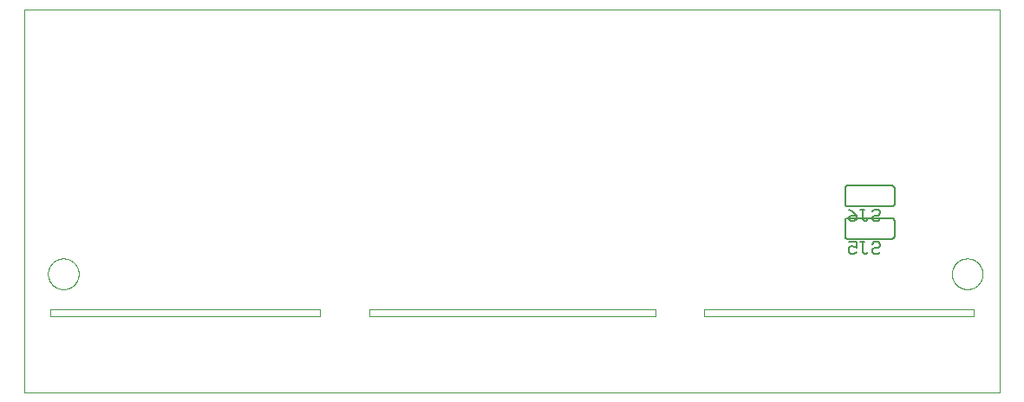
<source format=gbo>
G75*
%MOIN*%
%OFA0B0*%
%FSLAX25Y25*%
%IPPOS*%
%LPD*%
%AMOC8*
5,1,8,0,0,1.08239X$1,22.5*
%
%ADD10C,0.00000*%
%ADD11C,0.00600*%
%ADD12C,0.00500*%
D10*
X0002038Y0001200D02*
X0002038Y0148650D01*
X0376959Y0148650D01*
X0376959Y0001200D01*
X0002038Y0001200D01*
X0012018Y0030550D02*
X0012018Y0033050D01*
X0115768Y0033050D01*
X0115768Y0030550D01*
X0012018Y0030550D01*
X0011112Y0046800D02*
X0011114Y0046953D01*
X0011120Y0047107D01*
X0011130Y0047260D01*
X0011144Y0047412D01*
X0011162Y0047565D01*
X0011184Y0047716D01*
X0011209Y0047867D01*
X0011239Y0048018D01*
X0011273Y0048168D01*
X0011310Y0048316D01*
X0011351Y0048464D01*
X0011396Y0048610D01*
X0011445Y0048756D01*
X0011498Y0048900D01*
X0011554Y0049042D01*
X0011614Y0049183D01*
X0011678Y0049323D01*
X0011745Y0049461D01*
X0011816Y0049597D01*
X0011891Y0049731D01*
X0011968Y0049863D01*
X0012050Y0049993D01*
X0012134Y0050121D01*
X0012222Y0050247D01*
X0012313Y0050370D01*
X0012407Y0050491D01*
X0012505Y0050609D01*
X0012605Y0050725D01*
X0012709Y0050838D01*
X0012815Y0050949D01*
X0012924Y0051057D01*
X0013036Y0051162D01*
X0013150Y0051263D01*
X0013268Y0051362D01*
X0013387Y0051458D01*
X0013509Y0051551D01*
X0013634Y0051640D01*
X0013761Y0051727D01*
X0013890Y0051809D01*
X0014021Y0051889D01*
X0014154Y0051965D01*
X0014289Y0052038D01*
X0014426Y0052107D01*
X0014565Y0052172D01*
X0014705Y0052234D01*
X0014847Y0052292D01*
X0014990Y0052347D01*
X0015135Y0052398D01*
X0015281Y0052445D01*
X0015428Y0052488D01*
X0015576Y0052527D01*
X0015725Y0052563D01*
X0015875Y0052594D01*
X0016026Y0052622D01*
X0016177Y0052646D01*
X0016330Y0052666D01*
X0016482Y0052682D01*
X0016635Y0052694D01*
X0016788Y0052702D01*
X0016941Y0052706D01*
X0017095Y0052706D01*
X0017248Y0052702D01*
X0017401Y0052694D01*
X0017554Y0052682D01*
X0017706Y0052666D01*
X0017859Y0052646D01*
X0018010Y0052622D01*
X0018161Y0052594D01*
X0018311Y0052563D01*
X0018460Y0052527D01*
X0018608Y0052488D01*
X0018755Y0052445D01*
X0018901Y0052398D01*
X0019046Y0052347D01*
X0019189Y0052292D01*
X0019331Y0052234D01*
X0019471Y0052172D01*
X0019610Y0052107D01*
X0019747Y0052038D01*
X0019882Y0051965D01*
X0020015Y0051889D01*
X0020146Y0051809D01*
X0020275Y0051727D01*
X0020402Y0051640D01*
X0020527Y0051551D01*
X0020649Y0051458D01*
X0020768Y0051362D01*
X0020886Y0051263D01*
X0021000Y0051162D01*
X0021112Y0051057D01*
X0021221Y0050949D01*
X0021327Y0050838D01*
X0021431Y0050725D01*
X0021531Y0050609D01*
X0021629Y0050491D01*
X0021723Y0050370D01*
X0021814Y0050247D01*
X0021902Y0050121D01*
X0021986Y0049993D01*
X0022068Y0049863D01*
X0022145Y0049731D01*
X0022220Y0049597D01*
X0022291Y0049461D01*
X0022358Y0049323D01*
X0022422Y0049183D01*
X0022482Y0049042D01*
X0022538Y0048900D01*
X0022591Y0048756D01*
X0022640Y0048610D01*
X0022685Y0048464D01*
X0022726Y0048316D01*
X0022763Y0048168D01*
X0022797Y0048018D01*
X0022827Y0047867D01*
X0022852Y0047716D01*
X0022874Y0047565D01*
X0022892Y0047412D01*
X0022906Y0047260D01*
X0022916Y0047107D01*
X0022922Y0046953D01*
X0022924Y0046800D01*
X0022922Y0046647D01*
X0022916Y0046493D01*
X0022906Y0046340D01*
X0022892Y0046188D01*
X0022874Y0046035D01*
X0022852Y0045884D01*
X0022827Y0045733D01*
X0022797Y0045582D01*
X0022763Y0045432D01*
X0022726Y0045284D01*
X0022685Y0045136D01*
X0022640Y0044990D01*
X0022591Y0044844D01*
X0022538Y0044700D01*
X0022482Y0044558D01*
X0022422Y0044417D01*
X0022358Y0044277D01*
X0022291Y0044139D01*
X0022220Y0044003D01*
X0022145Y0043869D01*
X0022068Y0043737D01*
X0021986Y0043607D01*
X0021902Y0043479D01*
X0021814Y0043353D01*
X0021723Y0043230D01*
X0021629Y0043109D01*
X0021531Y0042991D01*
X0021431Y0042875D01*
X0021327Y0042762D01*
X0021221Y0042651D01*
X0021112Y0042543D01*
X0021000Y0042438D01*
X0020886Y0042337D01*
X0020768Y0042238D01*
X0020649Y0042142D01*
X0020527Y0042049D01*
X0020402Y0041960D01*
X0020275Y0041873D01*
X0020146Y0041791D01*
X0020015Y0041711D01*
X0019882Y0041635D01*
X0019747Y0041562D01*
X0019610Y0041493D01*
X0019471Y0041428D01*
X0019331Y0041366D01*
X0019189Y0041308D01*
X0019046Y0041253D01*
X0018901Y0041202D01*
X0018755Y0041155D01*
X0018608Y0041112D01*
X0018460Y0041073D01*
X0018311Y0041037D01*
X0018161Y0041006D01*
X0018010Y0040978D01*
X0017859Y0040954D01*
X0017706Y0040934D01*
X0017554Y0040918D01*
X0017401Y0040906D01*
X0017248Y0040898D01*
X0017095Y0040894D01*
X0016941Y0040894D01*
X0016788Y0040898D01*
X0016635Y0040906D01*
X0016482Y0040918D01*
X0016330Y0040934D01*
X0016177Y0040954D01*
X0016026Y0040978D01*
X0015875Y0041006D01*
X0015725Y0041037D01*
X0015576Y0041073D01*
X0015428Y0041112D01*
X0015281Y0041155D01*
X0015135Y0041202D01*
X0014990Y0041253D01*
X0014847Y0041308D01*
X0014705Y0041366D01*
X0014565Y0041428D01*
X0014426Y0041493D01*
X0014289Y0041562D01*
X0014154Y0041635D01*
X0014021Y0041711D01*
X0013890Y0041791D01*
X0013761Y0041873D01*
X0013634Y0041960D01*
X0013509Y0042049D01*
X0013387Y0042142D01*
X0013268Y0042238D01*
X0013150Y0042337D01*
X0013036Y0042438D01*
X0012924Y0042543D01*
X0012815Y0042651D01*
X0012709Y0042762D01*
X0012605Y0042875D01*
X0012505Y0042991D01*
X0012407Y0043109D01*
X0012313Y0043230D01*
X0012222Y0043353D01*
X0012134Y0043479D01*
X0012050Y0043607D01*
X0011968Y0043737D01*
X0011891Y0043869D01*
X0011816Y0044003D01*
X0011745Y0044139D01*
X0011678Y0044277D01*
X0011614Y0044417D01*
X0011554Y0044558D01*
X0011498Y0044700D01*
X0011445Y0044844D01*
X0011396Y0044990D01*
X0011351Y0045136D01*
X0011310Y0045284D01*
X0011273Y0045432D01*
X0011239Y0045582D01*
X0011209Y0045733D01*
X0011184Y0045884D01*
X0011162Y0046035D01*
X0011144Y0046188D01*
X0011130Y0046340D01*
X0011120Y0046493D01*
X0011114Y0046647D01*
X0011112Y0046800D01*
X0134518Y0033050D02*
X0134518Y0030550D01*
X0244518Y0030550D01*
X0244518Y0033050D01*
X0134518Y0033050D01*
X0263268Y0033050D02*
X0263268Y0030550D01*
X0367018Y0030550D01*
X0367018Y0033050D01*
X0263268Y0033050D01*
X0358612Y0046800D02*
X0358614Y0046953D01*
X0358620Y0047107D01*
X0358630Y0047260D01*
X0358644Y0047412D01*
X0358662Y0047565D01*
X0358684Y0047716D01*
X0358709Y0047867D01*
X0358739Y0048018D01*
X0358773Y0048168D01*
X0358810Y0048316D01*
X0358851Y0048464D01*
X0358896Y0048610D01*
X0358945Y0048756D01*
X0358998Y0048900D01*
X0359054Y0049042D01*
X0359114Y0049183D01*
X0359178Y0049323D01*
X0359245Y0049461D01*
X0359316Y0049597D01*
X0359391Y0049731D01*
X0359468Y0049863D01*
X0359550Y0049993D01*
X0359634Y0050121D01*
X0359722Y0050247D01*
X0359813Y0050370D01*
X0359907Y0050491D01*
X0360005Y0050609D01*
X0360105Y0050725D01*
X0360209Y0050838D01*
X0360315Y0050949D01*
X0360424Y0051057D01*
X0360536Y0051162D01*
X0360650Y0051263D01*
X0360768Y0051362D01*
X0360887Y0051458D01*
X0361009Y0051551D01*
X0361134Y0051640D01*
X0361261Y0051727D01*
X0361390Y0051809D01*
X0361521Y0051889D01*
X0361654Y0051965D01*
X0361789Y0052038D01*
X0361926Y0052107D01*
X0362065Y0052172D01*
X0362205Y0052234D01*
X0362347Y0052292D01*
X0362490Y0052347D01*
X0362635Y0052398D01*
X0362781Y0052445D01*
X0362928Y0052488D01*
X0363076Y0052527D01*
X0363225Y0052563D01*
X0363375Y0052594D01*
X0363526Y0052622D01*
X0363677Y0052646D01*
X0363830Y0052666D01*
X0363982Y0052682D01*
X0364135Y0052694D01*
X0364288Y0052702D01*
X0364441Y0052706D01*
X0364595Y0052706D01*
X0364748Y0052702D01*
X0364901Y0052694D01*
X0365054Y0052682D01*
X0365206Y0052666D01*
X0365359Y0052646D01*
X0365510Y0052622D01*
X0365661Y0052594D01*
X0365811Y0052563D01*
X0365960Y0052527D01*
X0366108Y0052488D01*
X0366255Y0052445D01*
X0366401Y0052398D01*
X0366546Y0052347D01*
X0366689Y0052292D01*
X0366831Y0052234D01*
X0366971Y0052172D01*
X0367110Y0052107D01*
X0367247Y0052038D01*
X0367382Y0051965D01*
X0367515Y0051889D01*
X0367646Y0051809D01*
X0367775Y0051727D01*
X0367902Y0051640D01*
X0368027Y0051551D01*
X0368149Y0051458D01*
X0368268Y0051362D01*
X0368386Y0051263D01*
X0368500Y0051162D01*
X0368612Y0051057D01*
X0368721Y0050949D01*
X0368827Y0050838D01*
X0368931Y0050725D01*
X0369031Y0050609D01*
X0369129Y0050491D01*
X0369223Y0050370D01*
X0369314Y0050247D01*
X0369402Y0050121D01*
X0369486Y0049993D01*
X0369568Y0049863D01*
X0369645Y0049731D01*
X0369720Y0049597D01*
X0369791Y0049461D01*
X0369858Y0049323D01*
X0369922Y0049183D01*
X0369982Y0049042D01*
X0370038Y0048900D01*
X0370091Y0048756D01*
X0370140Y0048610D01*
X0370185Y0048464D01*
X0370226Y0048316D01*
X0370263Y0048168D01*
X0370297Y0048018D01*
X0370327Y0047867D01*
X0370352Y0047716D01*
X0370374Y0047565D01*
X0370392Y0047412D01*
X0370406Y0047260D01*
X0370416Y0047107D01*
X0370422Y0046953D01*
X0370424Y0046800D01*
X0370422Y0046647D01*
X0370416Y0046493D01*
X0370406Y0046340D01*
X0370392Y0046188D01*
X0370374Y0046035D01*
X0370352Y0045884D01*
X0370327Y0045733D01*
X0370297Y0045582D01*
X0370263Y0045432D01*
X0370226Y0045284D01*
X0370185Y0045136D01*
X0370140Y0044990D01*
X0370091Y0044844D01*
X0370038Y0044700D01*
X0369982Y0044558D01*
X0369922Y0044417D01*
X0369858Y0044277D01*
X0369791Y0044139D01*
X0369720Y0044003D01*
X0369645Y0043869D01*
X0369568Y0043737D01*
X0369486Y0043607D01*
X0369402Y0043479D01*
X0369314Y0043353D01*
X0369223Y0043230D01*
X0369129Y0043109D01*
X0369031Y0042991D01*
X0368931Y0042875D01*
X0368827Y0042762D01*
X0368721Y0042651D01*
X0368612Y0042543D01*
X0368500Y0042438D01*
X0368386Y0042337D01*
X0368268Y0042238D01*
X0368149Y0042142D01*
X0368027Y0042049D01*
X0367902Y0041960D01*
X0367775Y0041873D01*
X0367646Y0041791D01*
X0367515Y0041711D01*
X0367382Y0041635D01*
X0367247Y0041562D01*
X0367110Y0041493D01*
X0366971Y0041428D01*
X0366831Y0041366D01*
X0366689Y0041308D01*
X0366546Y0041253D01*
X0366401Y0041202D01*
X0366255Y0041155D01*
X0366108Y0041112D01*
X0365960Y0041073D01*
X0365811Y0041037D01*
X0365661Y0041006D01*
X0365510Y0040978D01*
X0365359Y0040954D01*
X0365206Y0040934D01*
X0365054Y0040918D01*
X0364901Y0040906D01*
X0364748Y0040898D01*
X0364595Y0040894D01*
X0364441Y0040894D01*
X0364288Y0040898D01*
X0364135Y0040906D01*
X0363982Y0040918D01*
X0363830Y0040934D01*
X0363677Y0040954D01*
X0363526Y0040978D01*
X0363375Y0041006D01*
X0363225Y0041037D01*
X0363076Y0041073D01*
X0362928Y0041112D01*
X0362781Y0041155D01*
X0362635Y0041202D01*
X0362490Y0041253D01*
X0362347Y0041308D01*
X0362205Y0041366D01*
X0362065Y0041428D01*
X0361926Y0041493D01*
X0361789Y0041562D01*
X0361654Y0041635D01*
X0361521Y0041711D01*
X0361390Y0041791D01*
X0361261Y0041873D01*
X0361134Y0041960D01*
X0361009Y0042049D01*
X0360887Y0042142D01*
X0360768Y0042238D01*
X0360650Y0042337D01*
X0360536Y0042438D01*
X0360424Y0042543D01*
X0360315Y0042651D01*
X0360209Y0042762D01*
X0360105Y0042875D01*
X0360005Y0042991D01*
X0359907Y0043109D01*
X0359813Y0043230D01*
X0359722Y0043353D01*
X0359634Y0043479D01*
X0359550Y0043607D01*
X0359468Y0043737D01*
X0359391Y0043869D01*
X0359316Y0044003D01*
X0359245Y0044139D01*
X0359178Y0044277D01*
X0359114Y0044417D01*
X0359054Y0044558D01*
X0358998Y0044700D01*
X0358945Y0044844D01*
X0358896Y0044990D01*
X0358851Y0045136D01*
X0358810Y0045284D01*
X0358773Y0045432D01*
X0358739Y0045582D01*
X0358709Y0045733D01*
X0358684Y0045884D01*
X0358662Y0046035D01*
X0358644Y0046188D01*
X0358630Y0046340D01*
X0358620Y0046493D01*
X0358614Y0046647D01*
X0358612Y0046800D01*
D11*
X0335518Y0060300D02*
X0318518Y0060300D01*
X0318458Y0060302D01*
X0318397Y0060307D01*
X0318338Y0060316D01*
X0318279Y0060329D01*
X0318220Y0060345D01*
X0318163Y0060365D01*
X0318108Y0060388D01*
X0318053Y0060415D01*
X0318001Y0060444D01*
X0317950Y0060477D01*
X0317901Y0060513D01*
X0317855Y0060551D01*
X0317811Y0060593D01*
X0317769Y0060637D01*
X0317731Y0060683D01*
X0317695Y0060732D01*
X0317662Y0060783D01*
X0317633Y0060835D01*
X0317606Y0060890D01*
X0317583Y0060945D01*
X0317563Y0061002D01*
X0317547Y0061061D01*
X0317534Y0061120D01*
X0317525Y0061179D01*
X0317520Y0061240D01*
X0317518Y0061300D01*
X0317518Y0067300D01*
X0317520Y0067360D01*
X0317525Y0067421D01*
X0317534Y0067480D01*
X0317547Y0067539D01*
X0317563Y0067598D01*
X0317583Y0067655D01*
X0317606Y0067710D01*
X0317633Y0067765D01*
X0317662Y0067817D01*
X0317695Y0067868D01*
X0317731Y0067917D01*
X0317769Y0067963D01*
X0317811Y0068007D01*
X0317855Y0068049D01*
X0317901Y0068087D01*
X0317950Y0068123D01*
X0318001Y0068156D01*
X0318053Y0068185D01*
X0318108Y0068212D01*
X0318163Y0068235D01*
X0318220Y0068255D01*
X0318279Y0068271D01*
X0318338Y0068284D01*
X0318397Y0068293D01*
X0318458Y0068298D01*
X0318518Y0068300D01*
X0335518Y0068300D01*
X0335578Y0068298D01*
X0335639Y0068293D01*
X0335698Y0068284D01*
X0335757Y0068271D01*
X0335816Y0068255D01*
X0335873Y0068235D01*
X0335928Y0068212D01*
X0335983Y0068185D01*
X0336035Y0068156D01*
X0336086Y0068123D01*
X0336135Y0068087D01*
X0336181Y0068049D01*
X0336225Y0068007D01*
X0336267Y0067963D01*
X0336305Y0067917D01*
X0336341Y0067868D01*
X0336374Y0067817D01*
X0336403Y0067765D01*
X0336430Y0067710D01*
X0336453Y0067655D01*
X0336473Y0067598D01*
X0336489Y0067539D01*
X0336502Y0067480D01*
X0336511Y0067421D01*
X0336516Y0067360D01*
X0336518Y0067300D01*
X0336518Y0061300D01*
X0336516Y0061240D01*
X0336511Y0061179D01*
X0336502Y0061120D01*
X0336489Y0061061D01*
X0336473Y0061002D01*
X0336453Y0060945D01*
X0336430Y0060890D01*
X0336403Y0060835D01*
X0336374Y0060783D01*
X0336341Y0060732D01*
X0336305Y0060683D01*
X0336267Y0060637D01*
X0336225Y0060593D01*
X0336181Y0060551D01*
X0336135Y0060513D01*
X0336086Y0060477D01*
X0336035Y0060444D01*
X0335983Y0060415D01*
X0335928Y0060388D01*
X0335873Y0060365D01*
X0335816Y0060345D01*
X0335757Y0060329D01*
X0335698Y0060316D01*
X0335639Y0060307D01*
X0335578Y0060302D01*
X0335518Y0060300D01*
X0335518Y0072800D02*
X0318518Y0072800D01*
X0318458Y0072802D01*
X0318397Y0072807D01*
X0318338Y0072816D01*
X0318279Y0072829D01*
X0318220Y0072845D01*
X0318163Y0072865D01*
X0318108Y0072888D01*
X0318053Y0072915D01*
X0318001Y0072944D01*
X0317950Y0072977D01*
X0317901Y0073013D01*
X0317855Y0073051D01*
X0317811Y0073093D01*
X0317769Y0073137D01*
X0317731Y0073183D01*
X0317695Y0073232D01*
X0317662Y0073283D01*
X0317633Y0073335D01*
X0317606Y0073390D01*
X0317583Y0073445D01*
X0317563Y0073502D01*
X0317547Y0073561D01*
X0317534Y0073620D01*
X0317525Y0073679D01*
X0317520Y0073740D01*
X0317518Y0073800D01*
X0317518Y0079800D01*
X0317520Y0079860D01*
X0317525Y0079921D01*
X0317534Y0079980D01*
X0317547Y0080039D01*
X0317563Y0080098D01*
X0317583Y0080155D01*
X0317606Y0080210D01*
X0317633Y0080265D01*
X0317662Y0080317D01*
X0317695Y0080368D01*
X0317731Y0080417D01*
X0317769Y0080463D01*
X0317811Y0080507D01*
X0317855Y0080549D01*
X0317901Y0080587D01*
X0317950Y0080623D01*
X0318001Y0080656D01*
X0318053Y0080685D01*
X0318108Y0080712D01*
X0318163Y0080735D01*
X0318220Y0080755D01*
X0318279Y0080771D01*
X0318338Y0080784D01*
X0318397Y0080793D01*
X0318458Y0080798D01*
X0318518Y0080800D01*
X0335518Y0080800D01*
X0335578Y0080798D01*
X0335639Y0080793D01*
X0335698Y0080784D01*
X0335757Y0080771D01*
X0335816Y0080755D01*
X0335873Y0080735D01*
X0335928Y0080712D01*
X0335983Y0080685D01*
X0336035Y0080656D01*
X0336086Y0080623D01*
X0336135Y0080587D01*
X0336181Y0080549D01*
X0336225Y0080507D01*
X0336267Y0080463D01*
X0336305Y0080417D01*
X0336341Y0080368D01*
X0336374Y0080317D01*
X0336403Y0080265D01*
X0336430Y0080210D01*
X0336453Y0080155D01*
X0336473Y0080098D01*
X0336489Y0080039D01*
X0336502Y0079980D01*
X0336511Y0079921D01*
X0336516Y0079860D01*
X0336518Y0079800D01*
X0336518Y0073800D01*
X0336516Y0073740D01*
X0336511Y0073679D01*
X0336502Y0073620D01*
X0336489Y0073561D01*
X0336473Y0073502D01*
X0336453Y0073445D01*
X0336430Y0073390D01*
X0336403Y0073335D01*
X0336374Y0073283D01*
X0336341Y0073232D01*
X0336305Y0073183D01*
X0336267Y0073137D01*
X0336225Y0073093D01*
X0336181Y0073051D01*
X0336135Y0073013D01*
X0336086Y0072977D01*
X0336035Y0072944D01*
X0335983Y0072915D01*
X0335928Y0072888D01*
X0335873Y0072865D01*
X0335816Y0072845D01*
X0335757Y0072829D01*
X0335698Y0072816D01*
X0335639Y0072807D01*
X0335578Y0072802D01*
X0335518Y0072800D01*
D12*
X0331080Y0070803D02*
X0331080Y0070053D01*
X0330329Y0069302D01*
X0328828Y0069302D01*
X0328077Y0068551D01*
X0328077Y0067801D01*
X0328828Y0067050D01*
X0330329Y0067050D01*
X0331080Y0067801D01*
X0326476Y0067801D02*
X0325725Y0067050D01*
X0324975Y0067050D01*
X0324224Y0067801D01*
X0324224Y0071554D01*
X0324975Y0071554D02*
X0323473Y0071554D01*
X0321872Y0069302D02*
X0319620Y0069302D01*
X0318870Y0068551D01*
X0318870Y0067801D01*
X0319620Y0067050D01*
X0321121Y0067050D01*
X0321872Y0067801D01*
X0321872Y0069302D01*
X0320371Y0070803D01*
X0318870Y0071554D01*
X0328077Y0070803D02*
X0328828Y0071554D01*
X0330329Y0071554D01*
X0331080Y0070803D01*
X0330329Y0059054D02*
X0328828Y0059054D01*
X0328077Y0058303D01*
X0328828Y0056802D02*
X0328077Y0056051D01*
X0328077Y0055301D01*
X0328828Y0054550D01*
X0330329Y0054550D01*
X0331080Y0055301D01*
X0330329Y0056802D02*
X0328828Y0056802D01*
X0330329Y0056802D02*
X0331080Y0057553D01*
X0331080Y0058303D01*
X0330329Y0059054D01*
X0324975Y0059054D02*
X0323473Y0059054D01*
X0324224Y0059054D02*
X0324224Y0055301D01*
X0324975Y0054550D01*
X0325725Y0054550D01*
X0326476Y0055301D01*
X0321872Y0055301D02*
X0321121Y0054550D01*
X0319620Y0054550D01*
X0318870Y0055301D01*
X0318870Y0056802D01*
X0319620Y0057553D01*
X0320371Y0057553D01*
X0321872Y0056802D01*
X0321872Y0059054D01*
X0318870Y0059054D01*
M02*

</source>
